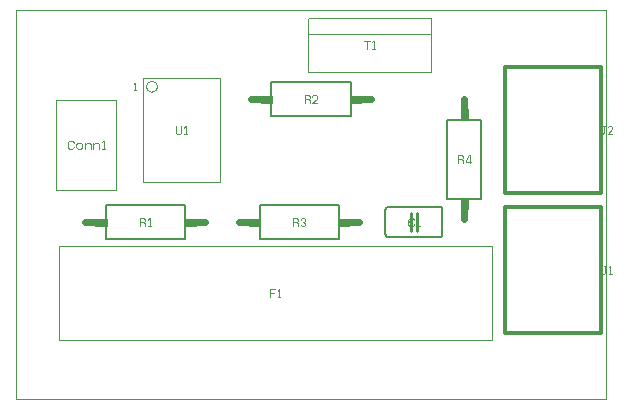
<source format=gto>
G75*
G71*
%OFA0B0*%
%FSLAX23Y23*%
%IPPOS*%
%LPD*%
%ADD10C,0.1*%
%ADD11C,0.111*%
%ADD12C,0.05*%
%ADD13C,0.61*%
%ADD14C,0.152*%
%ADD15C,0*%
%ADD16C,0.254*%
%ADD17C,0.3*%
%LPD*%D10*
X0Y0D02*
X0Y100D01*
X0Y200D01*
X0Y299D01*
X0Y399D01*
X0Y499D01*
X0Y599D01*
X0Y699D01*
X0Y798D01*
X0Y898D01*
X0Y998D01*
X0Y1098D01*
X0Y1198D01*
X0Y1297D01*
X0Y1397D01*
X0Y1497D01*
X0Y1597D01*
X0Y1697D01*
X0Y1796D01*
X0Y1896D01*
X0Y1996D01*
X0Y2096D01*
X0Y2196D01*
X0Y2295D01*
X0Y2395D01*
X0Y2495D01*
X0Y2595D01*
X0Y2695D01*
X0Y2794D01*
X0Y2894D01*
X0Y2994D01*
X0Y3094D01*
X0Y3193D01*
X0Y3293D01*
X0Y3393D01*
X0Y3493D01*
X0Y3593D01*
X0Y3692D01*
X0Y3792D01*
X0Y3892D01*
X0Y3992D01*
X0Y4092D01*
X0Y4191D01*
X0Y4291D01*
X0Y4391D01*
X0Y4491D01*
X0Y4591D01*
X0Y4690D01*
X0Y4790D01*
X0Y4890D01*
X0Y4990D01*
X0Y5090D01*
X0Y5189D01*
X0Y5289D01*
X0Y5389D01*
X0Y5489D01*
X0Y5589D01*
X0Y5688D01*
X0Y5788D01*
X0Y5888D01*
X0Y5988D01*
X0Y6088D01*
X0Y6187D01*
X0Y6287D01*
X0Y6387D01*
X0Y6487D01*
X0Y6587D01*
X0Y6686D01*
X0Y6786D01*
X0Y6886D01*
X0Y6986D01*
X0Y7086D01*
X0Y7185D01*
X0Y7285D01*
X0Y7385D01*
X0Y7485D01*
X0Y7585D01*
X0Y7684D01*
X0Y7784D01*
X0Y7884D01*
X0Y7984D01*
X0Y8084D01*
X0Y8183D01*
X0Y8283D01*
X0Y8383D01*
X0Y8483D01*
X0Y8583D01*
X0Y8682D01*
X0Y8782D01*
X0Y8882D01*
X0Y8982D01*
X0Y9081D01*
X0Y9181D01*
X0Y9281D01*
X0Y9381D01*
X0Y9481D01*
X0Y9580D01*
X0Y9680D01*
X0Y9780D01*
X0Y9880D01*
X0Y9980D01*
X0Y10079D01*
X0Y10179D01*
X0Y10279D01*
X0Y10379D01*
X0Y10479D01*
X0Y10578D01*
X0Y10678D01*
X0Y10778D01*
X0Y10878D01*
X0Y10978D01*
X0Y11077D01*
X0Y11177D01*
X0Y11277D01*
X0Y11377D01*
X0Y11477D01*
X0Y11576D01*
X0Y11676D01*
X0Y11776D01*
X0Y11876D01*
X0Y11976D01*
X0Y12075D01*
X0Y12175D01*
X0Y12275D01*
X0Y12375D01*
X0Y12475D01*
X0Y12574D01*
X0Y12674D01*
X0Y12774D01*
X0Y12874D01*
X0Y12974D01*
X0Y13073D01*
X0Y13173D01*
X0Y13273D01*
X0Y13373D01*
X0Y13473D01*
X0Y13572D01*
X0Y13672D01*
X0Y13772D01*
X0Y13872D01*
X0Y13972D01*
X0Y14071D01*
X0Y14171D01*
X0Y14271D01*
X0Y14371D01*
X0Y14471D01*
X0Y14570D01*
X0Y14670D01*
X0Y14770D01*
X0Y14870D01*
X0Y14970D01*
X0Y15069D01*
X0Y15169D01*
X0Y15269D01*
X0Y15369D01*
X0Y15469D01*
X0Y15568D01*
X0Y15668D01*
X0Y15768D01*
X0Y15868D01*
X0Y15967D01*
X0Y16067D01*
X0Y16167D01*
X0Y16267D01*
X0Y16367D01*
X0Y16466D01*
X0Y16566D01*
X0Y16666D01*
X0Y16766D01*
X0Y16866D01*
X0Y16965D01*
X0Y17065D01*
X0Y17165D01*
X0Y17265D01*
X0Y17365D01*
X0Y17464D01*
X0Y17564D01*
X0Y17664D01*
X0Y17764D01*
X0Y17864D01*
X0Y17963D01*
X0Y18063D01*
X0Y18163D01*
X0Y18263D01*
X0Y18363D01*
X0Y18462D01*
X0Y18562D01*
X0Y18662D01*
X0Y18762D01*
X0Y18862D01*
X0Y18961D01*
X0Y19061D01*
X0Y19161D01*
X0Y19261D01*
X0Y19361D01*
X0Y19460D01*
X0Y19560D01*
X0Y19660D01*
X0Y19760D01*
X0Y19860D01*
X0Y19959D01*
X0Y20059D01*
X0Y20159D01*
X0Y20259D01*
X0Y20359D01*
X0Y20458D01*
X0Y20558D01*
X0Y20658D01*
X0Y20758D01*
X0Y20858D01*
X0Y20957D01*
X0Y21057D01*
X0Y21157D01*
X0Y21257D01*
X0Y21357D01*
X0Y21456D01*
X0Y21556D01*
X0Y21656D01*
X0Y21756D01*
X0Y21856D01*
X0Y21955D01*
X0Y22055D01*
X0Y22155D01*
X0Y22255D01*
X0Y22355D01*
X0Y22454D01*
X0Y22554D01*
X0Y22654D01*
X0Y22754D01*
X0Y22853D01*
X0Y22953D01*
X0Y23053D01*
X0Y23153D01*
X0Y23253D01*
X0Y23352D01*
X0Y23452D01*
X0Y23552D01*
X0Y23652D01*
X0Y23752D01*
X0Y23851D01*
X0Y23951D01*
X0Y24051D01*
X0Y24151D01*
X0Y24251D01*
X0Y24350D01*
X0Y24450D01*
X0Y24550D01*
X0Y24650D01*
X0Y24750D01*
X0Y24849D01*
X0Y24949D01*
X0Y25049D01*
X0Y25149D01*
X0Y25249D01*
X0Y25348D01*
X0Y25448D01*
X0Y25548D01*
X0Y25648D01*
X0Y25748D01*
X0Y25847D01*
X0Y25947D01*
X0Y26047D01*
X0Y26147D01*
X0Y26247D01*
X0Y26346D01*
X0Y26446D01*
X0Y26546D01*
X0Y26646D01*
X0Y26746D01*
X0Y26845D01*
X0Y26945D01*
X0Y27045D01*
X0Y27145D01*
X0Y27245D01*
X0Y27344D01*
X0Y27444D01*
X0Y27544D01*
X0Y27644D01*
X0Y27744D01*
X0Y27843D01*
X0Y27943D01*
X0Y28043D01*
X0Y28143D01*
X0Y28243D01*
X0Y28342D01*
X0Y28442D01*
X0Y28542D01*
X0Y28642D01*
X0Y28742D01*
X0Y28841D01*
X0Y28941D01*
X0Y29041D01*
X0Y29141D01*
X0Y29241D01*
X0Y29340D01*
X0Y29440D01*
X0Y29540D01*
X0Y29640D01*
X0Y29740D01*
X0Y29839D01*
X0Y29939D01*
X0Y30039D01*
X0Y30139D01*
X0Y30239D01*
X0Y30338D01*
X0Y30438D01*
X0Y30538D01*
X0Y30638D01*
X0Y30737D01*
X0Y30837D01*
X0Y30937D01*
X0Y31037D01*
X0Y31137D01*
X0Y31236D01*
X0Y31336D01*
X0Y31436D01*
X0Y31536D01*
X0Y31636D01*
X0Y31735D01*
X0Y31835D01*
X0Y31935D01*
X0Y32035D01*
X0Y32135D01*
X0Y32234D01*
X0Y32334D01*
X0Y32434D01*
X0Y32534D01*
X0Y32634D01*
X0Y32733D01*
X0Y32833D01*
X0Y32933D01*
X100Y32933D01*
X200Y32933D01*
X300Y32933D01*
X400Y32933D01*
X500Y32933D01*
X600Y32933D01*
X700Y32933D01*
X800Y32933D01*
X900Y32933D01*
X1000Y32933D01*
X1100Y32933D01*
X1200Y32933D01*
X1300Y32933D01*
X1400Y32933D01*
X1500Y32933D01*
X1600Y32933D01*
X1700Y32933D01*
X1800Y32933D01*
X1900Y32933D01*
X2000Y32933D01*
X2100Y32933D01*
X2200Y32933D01*
X2300Y32933D01*
X2400Y32933D01*
X2500Y32933D01*
X2600Y32933D01*
X2700Y32933D01*
X2800Y32933D01*
X2900Y32933D01*
X3000Y32933D01*
X3100Y32933D01*
X3200Y32933D01*
X3300Y32933D01*
X3400Y32933D01*
X3500Y32933D01*
X3600Y32933D01*
X3700Y32933D01*
X3800Y32933D01*
X3900Y32933D01*
X4000Y32933D01*
X4100Y32933D01*
X4200Y32933D01*
X4300Y32933D01*
X4400Y32933D01*
X4500Y32933D01*
X4600Y32933D01*
X4700Y32933D01*
X4800Y32933D01*
X4900Y32933D01*
X5000Y32933D01*
X5100Y32933D01*
X5200Y32933D01*
X5300Y32933D01*
X5400Y32933D01*
X5500Y32933D01*
X5600Y32933D01*
X5700Y32933D01*
X5800Y32933D01*
X5900Y32933D01*
X6000Y32933D01*
X6100Y32933D01*
X6200Y32933D01*
X6300Y32933D01*
X6400Y32933D01*
X6500Y32933D01*
X6600Y32933D01*
X6700Y32933D01*
X6800Y32933D01*
X6900Y32933D01*
X7000Y32933D01*
X7100Y32933D01*
X7200Y32933D01*
X7300Y32933D01*
X7400Y32933D01*
X7500Y32933D01*
X7600Y32933D01*
X7700Y32933D01*
X7800Y32933D01*
X7900Y32933D01*
X8000Y32933D01*
X8100Y32933D01*
X8200Y32933D01*
X8300Y32933D01*
X8400Y32933D01*
X8500Y32933D01*
X8600Y32933D01*
X8700Y32933D01*
X8800Y32933D01*
X8900Y32933D01*
X9000Y32933D01*
X9100Y32933D01*
X9200Y32933D01*
X9300Y32933D01*
X9400Y32933D01*
X9500Y32933D01*
X9600Y32933D01*
X9700Y32933D01*
X9800Y32933D01*
X9900Y32933D01*
X10000Y32933D01*
X10100Y32933D01*
X10200Y32933D01*
X10300Y32933D01*
X10400Y32933D01*
X10500Y32933D01*
X10600Y32933D01*
X10700Y32933D01*
X10800Y32933D01*
X10900Y32933D01*
X11000Y32933D01*
X11100Y32933D01*
X11200Y32933D01*
X11300Y32933D01*
X11400Y32933D01*
X11500Y32933D01*
X11600Y32933D01*
X11700Y32933D01*
X11800Y32933D01*
X11900Y32933D01*
X12000Y32933D01*
X12100Y32933D01*
X12200Y32933D01*
X12300Y32933D01*
X12400Y32933D01*
X12500Y32933D01*
X12600Y32933D01*
X12700Y32933D01*
X12800Y32933D01*
X12900Y32933D01*
X13000Y32933D01*
X13100Y32933D01*
X13200Y32933D01*
X13300Y32933D01*
X13400Y32933D01*
X13500Y32933D01*
X13600Y32933D01*
X13700Y32933D01*
X13800Y32933D01*
X13900Y32933D01*
X14000Y32933D01*
X14100Y32933D01*
X14200Y32933D01*
X14300Y32933D01*
X14400Y32933D01*
X14500Y32933D01*
X14600Y32933D01*
X14700Y32933D01*
X14800Y32933D01*
X14900Y32933D01*
X15000Y32933D01*
X15100Y32933D01*
X15200Y32933D01*
X15300Y32933D01*
X15400Y32933D01*
X15500Y32933D01*
X15600Y32933D01*
X15700Y32933D01*
X15800Y32933D01*
X15900Y32933D01*
X16000Y32933D01*
X16100Y32933D01*
X16200Y32933D01*
X16300Y32933D01*
X16400Y32933D01*
X16500Y32933D01*
X16600Y32933D01*
X16700Y32933D01*
X16800Y32933D01*
X16900Y32933D01*
X17000Y32933D01*
X17100Y32933D01*
X17200Y32933D01*
X17300Y32933D01*
X17400Y32933D01*
X17500Y32933D01*
X17600Y32933D01*
X17700Y32933D01*
X17800Y32933D01*
X17900Y32933D01*
X18000Y32933D01*
X18100Y32933D01*
X18200Y32933D01*
X18300Y32933D01*
X18400Y32933D01*
X18500Y32933D01*
X18600Y32933D01*
X18700Y32933D01*
X18800Y32933D01*
X18900Y32933D01*
X19000Y32933D01*
X19100Y32933D01*
X19200Y32933D01*
X19300Y32933D01*
X19400Y32933D01*
X19500Y32933D01*
X19600Y32933D01*
X19700Y32933D01*
X19800Y32933D01*
X19900Y32933D01*
X20000Y32933D01*
X20100Y32933D01*
X20200Y32933D01*
X20300Y32933D01*
X20400Y32933D01*
X20500Y32933D01*
X20600Y32933D01*
X20700Y32933D01*
X20800Y32933D01*
X20900Y32933D01*
X21000Y32933D01*
X21100Y32933D01*
X21200Y32933D01*
X21300Y32933D01*
X21400Y32933D01*
X21500Y32933D01*
X21600Y32933D01*
X21700Y32933D01*
X21800Y32933D01*
X21900Y32933D01*
X22000Y32933D01*
X22100Y32933D01*
X22200Y32933D01*
X22300Y32933D01*
X22400Y32933D01*
X22500Y32933D01*
X22600Y32933D01*
X22700Y32933D01*
X22800Y32933D01*
X22900Y32933D01*
X23000Y32933D01*
X23100Y32933D01*
X23200Y32933D01*
X23300Y32933D01*
X23400Y32933D01*
X23500Y32933D01*
X23600Y32933D01*
X23700Y32933D01*
X23800Y32933D01*
X23900Y32933D01*
X24000Y32933D01*
X24100Y32933D01*
X24200Y32933D01*
X24300Y32933D01*
X24400Y32933D01*
X24500Y32933D01*
X24600Y32933D01*
X24700Y32933D01*
X24800Y32933D01*
X24900Y32933D01*
X25000Y32933D01*
X25100Y32933D01*
X25200Y32933D01*
X25300Y32933D01*
X25400Y32933D01*
X25500Y32933D01*
X25600Y32933D01*
X25700Y32933D01*
X25800Y32933D01*
X25900Y32933D01*
X26000Y32933D01*
X26100Y32933D01*
X26200Y32933D01*
X26300Y32933D01*
X26400Y32933D01*
X26500Y32933D01*
X26600Y32933D01*
X26700Y32933D01*
X26800Y32933D01*
X26900Y32933D01*
X27000Y32933D01*
X27100Y32933D01*
X27200Y32933D01*
X27300Y32933D01*
X27400Y32933D01*
X27500Y32933D01*
X27600Y32933D01*
X27700Y32933D01*
X27800Y32933D01*
X27900Y32933D01*
X28000Y32933D01*
X28100Y32933D01*
X28200Y32933D01*
X28300Y32933D01*
X28400Y32933D01*
X28500Y32933D01*
X28600Y32933D01*
X28700Y32933D01*
X28800Y32933D01*
X28900Y32933D01*
X29000Y32933D01*
X29100Y32933D01*
X29200Y32933D01*
X29300Y32933D01*
X29400Y32933D01*
X29500Y32933D01*
X29600Y32933D01*
X29700Y32933D01*
X29800Y32933D01*
X29900Y32933D01*
X30000Y32933D01*
X30100Y32933D01*
X30200Y32933D01*
X30300Y32933D01*
X30400Y32933D01*
X30500Y32933D01*
X30600Y32933D01*
X30700Y32933D01*
X30800Y32933D01*
X30900Y32933D01*
X31000Y32933D01*
X31100Y32933D01*
X31200Y32933D01*
X31300Y32933D01*
X31400Y32933D01*
X31500Y32933D01*
X31600Y32933D01*
X31700Y32933D01*
X31800Y32933D01*
X31900Y32933D01*
X32000Y32933D01*
X32100Y32933D01*
X32200Y32933D01*
X32300Y32933D01*
X32400Y32933D01*
X32500Y32933D01*
X32600Y32933D01*
X32700Y32933D01*
X32800Y32933D01*
X32900Y32933D01*
X33000Y32933D01*
X33100Y32933D01*
X33200Y32933D01*
X33300Y32933D01*
X33400Y32933D01*
X33500Y32933D01*
X33600Y32933D01*
X33700Y32933D01*
X33800Y32933D01*
X33900Y32933D01*
X34000Y32933D01*
X34100Y32933D01*
X34200Y32933D01*
X34300Y32933D01*
X34400Y32933D01*
X34500Y32933D01*
X34600Y32933D01*
X34700Y32933D01*
X34800Y32933D01*
X34900Y32933D01*
X35000Y32933D01*
X35100Y32933D01*
X35200Y32933D01*
X35300Y32933D01*
X35400Y32933D01*
X35500Y32933D01*
X35600Y32933D01*
X35700Y32933D01*
X35800Y32933D01*
X35900Y32933D01*
X36000Y32933D01*
X36100Y32933D01*
X36200Y32933D01*
X36300Y32933D01*
X36400Y32933D01*
X36500Y32933D01*
X36600Y32933D01*
X36700Y32933D01*
X36800Y32933D01*
X36900Y32933D01*
X37000Y32933D01*
X37100Y32933D01*
X37200Y32933D01*
X37300Y32933D01*
X37400Y32933D01*
X37500Y32933D01*
X37600Y32933D01*
X37700Y32933D01*
X37800Y32933D01*
X37900Y32933D01*
X38000Y32933D01*
X38100Y32933D01*
X38200Y32933D01*
X38300Y32933D01*
X38400Y32933D01*
X38500Y32933D01*
X38600Y32933D01*
X38700Y32933D01*
X38800Y32933D01*
X38900Y32933D01*
X39000Y32933D01*
X39100Y32933D01*
X39200Y32933D01*
X39300Y32933D01*
X39400Y32933D01*
X39500Y32933D01*
X39600Y32933D01*
X39700Y32933D01*
X39800Y32933D01*
X39900Y32933D01*
X40000Y32933D01*
X40100Y32933D01*
X40200Y32933D01*
X40300Y32933D01*
X40400Y32933D01*
X40500Y32933D01*
X40600Y32933D01*
X40700Y32933D01*
X40800Y32933D01*
X40900Y32933D01*
X41000Y32933D01*
X41100Y32933D01*
X41200Y32933D01*
X41300Y32933D01*
X41400Y32933D01*
X41500Y32933D01*
X41600Y32933D01*
X41700Y32933D01*
X41800Y32933D01*
X41900Y32933D01*
X42000Y32933D01*
X42100Y32933D01*
X42200Y32933D01*
X42300Y32933D01*
X42400Y32933D01*
X42500Y32933D01*
X42600Y32933D01*
X42700Y32933D01*
X42800Y32933D01*
X42900Y32933D01*
X43000Y32933D01*
X43100Y32933D01*
X43200Y32933D01*
X43300Y32933D01*
X43400Y32933D01*
X43500Y32933D01*
X43600Y32933D01*
X43700Y32933D01*
X43800Y32933D01*
X43900Y32933D01*
X44000Y32933D01*
X44100Y32933D01*
X44200Y32933D01*
X44300Y32933D01*
X44400Y32933D01*
X44500Y32933D01*
X44600Y32933D01*
X44700Y32933D01*
X44800Y32933D01*
X44900Y32933D01*
X45000Y32933D01*
X45100Y32933D01*
X45200Y32933D01*
X45300Y32933D01*
X45400Y32933D01*
X45500Y32933D01*
X45600Y32933D01*
X45700Y32933D01*
X45800Y32933D01*
X45900Y32933D01*
X46000Y32933D01*
X46100Y32933D01*
X46200Y32933D01*
X46300Y32933D01*
X46400Y32933D01*
X46500Y32933D01*
X46600Y32933D01*
X46700Y32933D01*
X46800Y32933D01*
X46900Y32933D01*
X47000Y32933D01*
X47100Y32933D01*
X47200Y32933D01*
X47300Y32933D01*
X47400Y32933D01*
X47500Y32933D01*
X47600Y32933D01*
X47700Y32933D01*
X47800Y32933D01*
X47900Y32933D01*
X48000Y32933D01*
X48100Y32933D01*
X48200Y32933D01*
X48300Y32933D01*
X48400Y32933D01*
X48500Y32933D01*
X48600Y32933D01*
X48700Y32933D01*
X48800Y32933D01*
X48900Y32933D01*
X49000Y32933D01*
X49100Y32933D01*
X49200Y32933D01*
X49300Y32933D01*
X49400Y32933D01*
X49500Y32933D01*
X49600Y32933D01*
X49700Y32933D01*
X49800Y32933D01*
X49900Y32933D01*
X50000Y32933D01*
X50000Y32833D01*
X50000Y32734D01*
X50000Y32634D01*
X50000Y32534D01*
X50000Y32434D01*
X50000Y32334D01*
X50000Y32235D01*
X50000Y32135D01*
X50000Y32035D01*
X50000Y31935D01*
X50000Y31835D01*
X50000Y31736D01*
X50000Y31636D01*
X50000Y31536D01*
X50000Y31436D01*
X50000Y31336D01*
X50000Y31237D01*
X50000Y31137D01*
X50000Y31037D01*
X50000Y30937D01*
X50000Y30837D01*
X50000Y30738D01*
X50000Y30638D01*
X50000Y30538D01*
X50000Y30438D01*
X50000Y30338D01*
X50000Y30239D01*
X50000Y30139D01*
X50000Y30039D01*
X50000Y29939D01*
X50000Y29839D01*
X50000Y29740D01*
X50000Y29640D01*
X50000Y29540D01*
X50000Y29440D01*
X50000Y29340D01*
X50000Y29241D01*
X50000Y29141D01*
X50000Y29041D01*
X50000Y28941D01*
X50000Y28841D01*
X50000Y28742D01*
X50000Y28642D01*
X50000Y28542D01*
X50000Y28442D01*
X50000Y28342D01*
X50000Y28243D01*
X50000Y28143D01*
X50000Y28043D01*
X50000Y27943D01*
X50000Y27843D01*
X50000Y27744D01*
X50000Y27644D01*
X50000Y27544D01*
X50000Y27444D01*
X50000Y27344D01*
X50000Y27245D01*
X50000Y27145D01*
X50000Y27045D01*
X50000Y26945D01*
X50000Y26845D01*
X50000Y26746D01*
X50000Y26646D01*
X50000Y26546D01*
X50000Y26446D01*
X50000Y26347D01*
X50000Y26247D01*
X50000Y26147D01*
X50000Y26047D01*
X50000Y25947D01*
X50000Y25848D01*
X50000Y25748D01*
X50000Y25648D01*
X50000Y25548D01*
X50000Y25448D01*
X50000Y25349D01*
X50000Y25249D01*
X50000Y25149D01*
X50000Y25049D01*
X50000Y24949D01*
X50000Y24850D01*
X50000Y24750D01*
X50000Y24650D01*
X50000Y24550D01*
X50000Y24450D01*
X50000Y24351D01*
X50000Y24251D01*
X50000Y24151D01*
X50000Y24051D01*
X50000Y23951D01*
X50000Y23852D01*
X50000Y23752D01*
X50000Y23652D01*
X50000Y23552D01*
X50000Y23452D01*
X50000Y23353D01*
X50000Y23253D01*
X50000Y23153D01*
X50000Y23053D01*
X50000Y22953D01*
X50000Y22854D01*
X50000Y22754D01*
X50000Y22654D01*
X50000Y22554D01*
X50000Y22454D01*
X50000Y22355D01*
X50000Y22255D01*
X50000Y22155D01*
X50000Y22055D01*
X50000Y21955D01*
X50000Y21856D01*
X50000Y21756D01*
X50000Y21656D01*
X50000Y21556D01*
X50000Y21456D01*
X50000Y21357D01*
X50000Y21257D01*
X50000Y21157D01*
X50000Y21057D01*
X50000Y20957D01*
X50000Y20858D01*
X50000Y20758D01*
X50000Y20658D01*
X50000Y20558D01*
X50000Y20459D01*
X50000Y20359D01*
X50000Y20259D01*
X50000Y20159D01*
X50000Y20059D01*
X50000Y19960D01*
X50000Y19860D01*
X50000Y19760D01*
X50000Y19660D01*
X50000Y19560D01*
X50000Y19461D01*
X50000Y19361D01*
X50000Y19261D01*
X50000Y19161D01*
X50000Y19061D01*
X50000Y18962D01*
X50000Y18862D01*
X50000Y18762D01*
X50000Y18662D01*
X50000Y18562D01*
X50000Y18463D01*
X50000Y18363D01*
X50000Y18263D01*
X50000Y18163D01*
X50000Y18063D01*
X50000Y17964D01*
X50000Y17864D01*
X50000Y17764D01*
X50000Y17664D01*
X50000Y17564D01*
X50000Y17465D01*
X50000Y17365D01*
X50000Y17265D01*
X50000Y17165D01*
X50000Y17065D01*
X50000Y16966D01*
X50000Y16866D01*
X50000Y16766D01*
X50000Y16666D01*
X50000Y16566D01*
X50000Y16467D01*
X50000Y16367D01*
X50000Y16267D01*
X50000Y16167D01*
X50000Y16067D01*
X50000Y15968D01*
X50000Y15868D01*
X50000Y15768D01*
X50000Y15668D01*
X50000Y15568D01*
X50000Y15469D01*
X50000Y15369D01*
X50000Y15269D01*
X50000Y15169D01*
X50000Y15069D01*
X50000Y14970D01*
X50000Y14870D01*
X50000Y14770D01*
X50000Y14670D01*
X50000Y14570D01*
X50000Y14471D01*
X50000Y14371D01*
X50000Y14271D01*
X50000Y14171D01*
X50000Y14071D01*
X50000Y13972D01*
X50000Y13872D01*
X50000Y13772D01*
X50000Y13672D01*
X50000Y13573D01*
X50000Y13473D01*
X50000Y13373D01*
X50000Y13273D01*
X50000Y13173D01*
X50000Y13074D01*
X50000Y12974D01*
X50000Y12874D01*
X50000Y12774D01*
X50000Y12674D01*
X50000Y12575D01*
X50000Y12475D01*
X50000Y12375D01*
X50000Y12275D01*
X50000Y12175D01*
X50000Y12076D01*
X50000Y11976D01*
X50000Y11876D01*
X50000Y11776D01*
X50000Y11676D01*
X50000Y11577D01*
X50000Y11477D01*
X50000Y11377D01*
X50000Y11277D01*
X50000Y11177D01*
X50000Y11078D01*
X50000Y10978D01*
X50000Y10878D01*
X50000Y10778D01*
X50000Y10678D01*
X50000Y10579D01*
X50000Y10479D01*
X50000Y10379D01*
X50000Y10279D01*
X50000Y10179D01*
X50000Y10080D01*
X50000Y9980D01*
X50000Y9880D01*
X50000Y9780D01*
X50000Y9680D01*
X50000Y9581D01*
X50000Y9481D01*
X50000Y9381D01*
X50000Y9281D01*
X50000Y9181D01*
X50000Y9082D01*
X50000Y8982D01*
X50000Y8882D01*
X50000Y8782D01*
X50000Y8682D01*
X50000Y8583D01*
X50000Y8483D01*
X50000Y8383D01*
X50000Y8283D01*
X50000Y8183D01*
X50000Y8084D01*
X50000Y7984D01*
X50000Y7884D01*
X50000Y7784D01*
X50000Y7684D01*
X50000Y7585D01*
X50000Y7485D01*
X50000Y7385D01*
X50000Y7285D01*
X50000Y7185D01*
X50000Y7086D01*
X50000Y6986D01*
X50000Y6886D01*
X50000Y6786D01*
X50000Y6686D01*
X50000Y6587D01*
X50000Y6487D01*
X50000Y6387D01*
X50000Y6287D01*
X50000Y6188D01*
X50000Y6088D01*
X50000Y5988D01*
X50000Y5888D01*
X50000Y5788D01*
X50000Y5689D01*
X50000Y5589D01*
X50000Y5489D01*
X50000Y5389D01*
X50000Y5289D01*
X50000Y5190D01*
X50000Y5090D01*
X50000Y4990D01*
X50000Y4890D01*
X50000Y4790D01*
X50000Y4691D01*
X50000Y4591D01*
X50000Y4491D01*
X50000Y4391D01*
X50000Y4291D01*
X50000Y4192D01*
X50000Y4092D01*
X50000Y3992D01*
X50000Y3892D01*
X50000Y3792D01*
X50000Y3693D01*
X50000Y3593D01*
X50000Y3493D01*
X50000Y3393D01*
X50000Y3293D01*
X50000Y3194D01*
X50000Y3094D01*
X50000Y2994D01*
X50000Y2894D01*
X50000Y2794D01*
X50000Y2695D01*
X50000Y2595D01*
X50000Y2495D01*
X50000Y2395D01*
X50000Y2295D01*
X50000Y2196D01*
X50000Y2096D01*
X50000Y1996D01*
X50000Y1896D01*
X50000Y1796D01*
X50000Y1697D01*
X50000Y1597D01*
X50000Y1497D01*
X50000Y1397D01*
X50000Y1297D01*
X50000Y1198D01*
X50000Y1098D01*
X50000Y998D01*
X50000Y898D01*
X50000Y798D01*
X50000Y699D01*
X50000Y599D01*
X50000Y499D01*
X50000Y399D01*
X50000Y299D01*
X50000Y200D01*
X50000Y100D01*
X50000Y0D01*
X49900Y0D01*
X49800Y0D01*
X49700Y0D01*
X49600Y0D01*
X49500Y0D01*
X49400Y0D01*
X49300Y0D01*
X49200Y0D01*
X49100Y0D01*
X49000Y0D01*
X48900Y0D01*
X48800Y0D01*
X48700Y0D01*
X48600Y0D01*
X48500Y0D01*
X48400Y0D01*
X48300Y0D01*
X48200Y0D01*
X48100Y0D01*
X48000Y0D01*
X47900Y0D01*
X47800Y0D01*
X47700Y0D01*
X47600Y0D01*
X47500Y0D01*
X47400Y0D01*
X47300Y0D01*
X47200Y0D01*
X47100Y0D01*
X47000Y0D01*
X46900Y0D01*
X46800Y0D01*
X46700Y0D01*
X46600Y0D01*
X46500Y0D01*
X46400Y0D01*
X46300Y0D01*
X46200Y0D01*
X46100Y0D01*
X46000Y0D01*
X45900Y0D01*
X45800Y0D01*
X45700Y0D01*
X45600Y0D01*
X45500Y0D01*
X45400Y0D01*
X45300Y0D01*
X45200Y0D01*
X45100Y0D01*
X45000Y0D01*
X44900Y0D01*
X44800Y0D01*
X44700Y0D01*
X44600Y0D01*
X44500Y0D01*
X44400Y0D01*
X44300Y0D01*
X44200Y0D01*
X44100Y0D01*
X44000Y0D01*
X43900Y0D01*
X43800Y0D01*
X43700Y0D01*
X43600Y0D01*
X43500Y0D01*
X43400Y0D01*
X43300Y0D01*
X43200Y0D01*
X43100Y0D01*
X43000Y0D01*
X42900Y0D01*
X42800Y0D01*
X42700Y0D01*
X42600Y0D01*
X42500Y0D01*
X42400Y0D01*
X42300Y0D01*
X42200Y0D01*
X42100Y0D01*
X42000Y0D01*
X41900Y0D01*
X41800Y0D01*
X41700Y0D01*
X41600Y0D01*
X41500Y0D01*
X41400Y0D01*
X41300Y0D01*
X41200Y0D01*
X41100Y0D01*
X41000Y0D01*
X40900Y0D01*
X40800Y0D01*
X40700Y0D01*
X40600Y0D01*
X40500Y0D01*
X40400Y0D01*
X40300Y0D01*
X40200Y0D01*
X40100Y0D01*
X40000Y0D01*
X39900Y0D01*
X39800Y0D01*
X39700Y0D01*
X39600Y0D01*
X39500Y0D01*
X39400Y0D01*
X39300Y0D01*
X39200Y0D01*
X39100Y0D01*
X39000Y0D01*
X38900Y0D01*
X38800Y0D01*
X38700Y0D01*
X38600Y0D01*
X38500Y0D01*
X38400Y0D01*
X38300Y0D01*
X38200Y0D01*
X38100Y0D01*
X38000Y0D01*
X37900Y0D01*
X37800Y0D01*
X37700Y0D01*
X37600Y0D01*
X37500Y0D01*
X37400Y0D01*
X37300Y0D01*
X37200Y0D01*
X37100Y0D01*
X37000Y0D01*
X36900Y0D01*
X36800Y0D01*
X36700Y0D01*
X36600Y0D01*
X36500Y0D01*
X36400Y0D01*
X36300Y0D01*
X36200Y0D01*
X36100Y0D01*
X36000Y0D01*
X35900Y0D01*
X35800Y0D01*
X35700Y0D01*
X35600Y0D01*
X35500Y0D01*
X35400Y0D01*
X35300Y0D01*
X35200Y0D01*
X35100Y0D01*
X35000Y0D01*
X34900Y0D01*
X34800Y0D01*
X34700Y0D01*
X34600Y0D01*
X34500Y0D01*
X34400Y0D01*
X34300Y0D01*
X34200Y0D01*
X34100Y0D01*
X34000Y0D01*
X33900Y0D01*
X33800Y0D01*
X33700Y0D01*
X33600Y0D01*
X33500Y0D01*
X33400Y0D01*
X33300Y0D01*
X33200Y0D01*
X33100Y0D01*
X33000Y0D01*
X32900Y0D01*
X32800Y0D01*
X32700Y0D01*
X32600Y0D01*
X32500Y0D01*
X32400Y0D01*
X32300Y0D01*
X32200Y0D01*
X32100Y0D01*
X32000Y0D01*
X31900Y0D01*
X31800Y0D01*
X31700Y0D01*
X31600Y0D01*
X31500Y0D01*
X31400Y0D01*
X31300Y0D01*
X31200Y0D01*
X31100Y0D01*
X31000Y0D01*
X30900Y0D01*
X30800Y0D01*
X30700Y0D01*
X30600Y0D01*
X30500Y0D01*
X30400Y0D01*
X30300Y0D01*
X30200Y0D01*
X30100Y0D01*
X30000Y0D01*
X29900Y0D01*
X29800Y0D01*
X29700Y0D01*
X29600Y0D01*
X29500Y0D01*
X29400Y0D01*
X29300Y0D01*
X29200Y0D01*
X29100Y0D01*
X29000Y0D01*
X28900Y0D01*
X28800Y0D01*
X28700Y0D01*
X28600Y0D01*
X28500Y0D01*
X28400Y0D01*
X28300Y0D01*
X28200Y0D01*
X28100Y0D01*
X28000Y0D01*
X27900Y0D01*
X27800Y0D01*
X27700Y0D01*
X27600Y0D01*
X27500Y0D01*
X27400Y0D01*
X27300Y0D01*
X27200Y0D01*
X27100Y0D01*
X27000Y0D01*
X26900Y0D01*
X26800Y0D01*
X26700Y0D01*
X26600Y0D01*
X26500Y0D01*
X26400Y0D01*
X26300Y0D01*
X26200Y0D01*
X26100Y0D01*
X26000Y0D01*
X25900Y0D01*
X25800Y0D01*
X25700Y0D01*
X25600Y0D01*
X25500Y0D01*
X25400Y0D01*
X25300Y0D01*
X25200Y0D01*
X25100Y0D01*
X25000Y0D01*
X24900Y0D01*
X24800Y0D01*
X24700Y0D01*
X24600Y0D01*
X24500Y0D01*
X24400Y0D01*
X24300Y0D01*
X24200Y0D01*
X24100Y0D01*
X24000Y0D01*
X23900Y0D01*
X23800Y0D01*
X23700Y0D01*
X23600Y0D01*
X23500Y0D01*
X23400Y0D01*
X23300Y0D01*
X23200Y0D01*
X23100Y0D01*
X23000Y0D01*
X22900Y0D01*
X22800Y0D01*
X22700Y0D01*
X22600Y0D01*
X22500Y0D01*
X22400Y0D01*
X22300Y0D01*
X22200Y0D01*
X22100Y0D01*
X22000Y0D01*
X21900Y0D01*
X21800Y0D01*
X21700Y0D01*
X21600Y0D01*
X21500Y0D01*
X21400Y0D01*
X21300Y0D01*
X21200Y0D01*
X21100Y0D01*
X21000Y0D01*
X20900Y0D01*
X20800Y0D01*
X20700Y0D01*
X20600Y0D01*
X20500Y0D01*
X20400Y0D01*
X20300Y0D01*
X20200Y0D01*
X20100Y0D01*
X20000Y0D01*
X19900Y0D01*
X19800Y0D01*
X19700Y0D01*
X19600Y0D01*
X19500Y0D01*
X19400Y0D01*
X19300Y0D01*
X19200Y0D01*
X19100Y0D01*
X19000Y0D01*
X18900Y0D01*
X18800Y0D01*
X18700Y0D01*
X18600Y0D01*
X18500Y0D01*
X18400Y0D01*
X18300Y0D01*
X18200Y0D01*
X18100Y0D01*
X18000Y0D01*
X17900Y0D01*
X17800Y0D01*
X17700Y0D01*
X17600Y0D01*
X17500Y0D01*
X17400Y0D01*
X17300Y0D01*
X17200Y0D01*
X17100Y0D01*
X17000Y0D01*
X16900Y0D01*
X16800Y0D01*
X16700Y0D01*
X16600Y0D01*
X16500Y0D01*
X16400Y0D01*
X16300Y0D01*
X16200Y0D01*
X16100Y0D01*
X16000Y0D01*
X15900Y0D01*
X15800Y0D01*
X15700Y0D01*
X15600Y0D01*
X15500Y0D01*
X15400Y0D01*
X15300Y0D01*
X15200Y0D01*
X15100Y0D01*
X15000Y0D01*
X14900Y0D01*
X14800Y0D01*
X14700Y0D01*
X14600Y0D01*
X14500Y0D01*
X14400Y0D01*
X14300Y0D01*
X14200Y0D01*
X14100Y0D01*
X14000Y0D01*
X13900Y0D01*
X13800Y0D01*
X13700Y0D01*
X13600Y0D01*
X13500Y0D01*
X13400Y0D01*
X13300Y0D01*
X13200Y0D01*
X13100Y0D01*
X13000Y0D01*
X12900Y0D01*
X12800Y0D01*
X12700Y0D01*
X12600Y0D01*
X12500Y0D01*
X12400Y0D01*
X12300Y0D01*
X12200Y0D01*
X12100Y0D01*
X12000Y0D01*
X11900Y0D01*
X11800Y0D01*
X11700Y0D01*
X11600Y0D01*
X11500Y0D01*
X11400Y0D01*
X11300Y0D01*
X11200Y0D01*
X11100Y0D01*
X11000Y0D01*
X10900Y0D01*
X10800Y0D01*
X10700Y0D01*
X10600Y0D01*
X10500Y0D01*
X10400Y0D01*
X10300Y0D01*
X10200Y0D01*
X10100Y0D01*
X10000Y0D01*
X9900Y0D01*
X9800Y0D01*
X9700Y0D01*
X9600Y0D01*
X9500Y0D01*
X9400Y0D01*
X9300Y0D01*
X9200Y0D01*
X9100Y0D01*
X9000Y0D01*
X8900Y0D01*
X8800Y0D01*
X8700Y0D01*
X8600Y0D01*
X8500Y0D01*
X8400Y0D01*
X8300Y0D01*
X8200Y0D01*
X8100Y0D01*
X8000Y0D01*
X7900Y0D01*
X7800Y0D01*
X7700Y0D01*
X7600Y0D01*
X7500Y0D01*
X7400Y0D01*
X7300Y0D01*
X7200Y0D01*
X7100Y0D01*
X7000Y0D01*
X6900Y0D01*
X6800Y0D01*
X6700Y0D01*
X6600Y0D01*
X6500Y0D01*
X6400Y0D01*
X6300Y0D01*
X6200Y0D01*
X6100Y0D01*
X6000Y0D01*
X5900Y0D01*
X5800Y0D01*
X5700Y0D01*
X5600Y0D01*
X5500Y0D01*
X5400Y0D01*
X5300Y0D01*
X5200Y0D01*
X5100Y0D01*
X5000Y0D01*
X4900Y0D01*
X4800Y0D01*
X4700Y0D01*
X4600Y0D01*
X4500Y0D01*
X4400Y0D01*
X4300Y0D01*
X4200Y0D01*
X4100Y0D01*
X4000Y0D01*
X3900Y0D01*
X3800Y0D01*
X3700Y0D01*
X3600Y0D01*
X3500Y0D01*
X3400Y0D01*
X3300Y0D01*
X3200Y0D01*
X3100Y0D01*
X3000Y0D01*
X2900Y0D01*
X2800Y0D01*
X2700Y0D01*
X2600Y0D01*
X2500Y0D01*
X2400Y0D01*
X2300Y0D01*
X2200Y0D01*
X2100Y0D01*
X2000Y0D01*
X1900Y0D01*
X1800Y0D01*
X1700Y0D01*
X1600Y0D01*
X1500Y0D01*
X1400Y0D01*
X1300Y0D01*
X1200Y0D01*
X1100Y0D01*
X1000Y0D01*
X900Y0D01*
X800Y0D01*
X700Y0D01*
X600Y0D01*
X500Y0D01*
X400Y0D01*
X300Y0D01*
X200Y0D01*
X100Y0D01*
X0Y0D01*
X0Y0D01*
D11*
X13588Y23064D02*
X13588Y22481D01*
X13671Y22397D01*
X13949Y22397D01*
X14032Y22481D01*
X14032Y23064D01*
D11*
X14393Y22397D02*
X14393Y23064D01*
X14338Y23064D01*
X14254Y22953D01*
D11*
X14254Y22397D02*
X14504Y22397D01*
D10*
X10796Y27131D02*
X17296Y27131D01*
X17296Y18331D01*
X10796Y18331D01*
X10796Y27131D01*
D10*
X11064Y26447D02*
X11075Y26348D01*
X11107Y26255D01*
X11160Y26171D01*
X11230Y26101D01*
X11314Y26048D01*
X11407Y26015D01*
X11506Y26004D01*
X11604Y26015D01*
X11697Y26048D01*
X11781Y26101D01*
X11851Y26171D01*
X11904Y26255D01*
X11937Y26348D01*
X11948Y26447D01*
X11937Y26545D01*
X11905Y26639D01*
X11852Y26722D01*
X11782Y26792D01*
X11698Y26845D01*
X11604Y26878D01*
X11506Y26889D01*
X11408Y26878D01*
X11314Y26845D01*
X11230Y26792D01*
X11160Y26722D01*
X11108Y26638D01*
X11075Y26545D01*
X11064Y26447D01*
X11064Y26447D01*
D10*
X10120Y26147D02*
X10120Y26747D01*
X10070Y26747D01*
X9995Y26647D01*
D10*
X9995Y26147D02*
X10220Y26147D01*
D11*
X4931Y21336D02*
X4931Y21281D01*
X4819Y21170D01*
X4542Y21170D01*
X4431Y21281D01*
X4431Y21725D01*
X4542Y21836D01*
X4819Y21836D01*
X4931Y21725D01*
X4931Y21670D01*
D11*
X5153Y21309D02*
X5153Y21531D01*
X5292Y21670D01*
X5514Y21670D01*
X5653Y21531D01*
X5653Y21309D01*
X5514Y21170D01*
X5292Y21170D01*
X5153Y21309D01*
D11*
X5875Y21170D02*
X5875Y21670D01*
D11*
X5875Y21503D02*
X6042Y21670D01*
X6236Y21670D01*
X6375Y21531D01*
X6375Y21170D01*
D11*
X6597Y21170D02*
X6597Y21670D01*
D11*
X6597Y21503D02*
X6764Y21670D01*
X6958Y21670D01*
X7097Y21531D01*
X7097Y21170D01*
D11*
X7458Y21170D02*
X7458Y21836D01*
X7403Y21836D01*
X7319Y21725D01*
D11*
X7319Y21170D02*
X7569Y21170D01*
D10*
X3460Y25313D02*
X8540Y25313D01*
X8540Y17693D01*
X3460Y17693D01*
X3460Y25313D01*
D11*
X21569Y8600D02*
X21569Y9266D01*
X21958Y9266D01*
D11*
X21903Y8933D02*
X21569Y8933D01*
D11*
X22319Y8600D02*
X22319Y9266D01*
X22264Y9266D01*
X22181Y9155D01*
D11*
X22181Y8600D02*
X22431Y8600D01*
D12*
X40350Y4933D02*
X40350Y5033D01*
X40350Y5133D01*
X40350Y5233D01*
X40350Y5333D01*
X40350Y5433D01*
X40350Y5533D01*
X40350Y5633D01*
X40350Y5733D01*
X40350Y5833D01*
X40350Y5933D01*
X40350Y6033D01*
X40350Y6133D01*
X40350Y6233D01*
X40350Y6333D01*
X40350Y6433D01*
X40350Y6533D01*
X40350Y6633D01*
X40350Y6733D01*
X40350Y6833D01*
X40350Y6933D01*
X40350Y7033D01*
X40350Y7133D01*
X40350Y7233D01*
X40350Y7333D01*
X40350Y7433D01*
X40350Y7533D01*
X40350Y7633D01*
X40350Y7733D01*
X40350Y7833D01*
X40350Y7933D01*
X40350Y8033D01*
X40350Y8133D01*
X40350Y8233D01*
X40350Y8333D01*
X40350Y8433D01*
X40350Y8533D01*
X40350Y8633D01*
X40350Y8733D01*
X40350Y8833D01*
X40350Y8933D01*
X40350Y9033D01*
X40350Y9133D01*
X40350Y9233D01*
X40350Y9333D01*
X40350Y9433D01*
X40350Y9533D01*
X40350Y9633D01*
X40350Y9733D01*
X40350Y9833D01*
X40350Y9933D01*
X40350Y10033D01*
X40350Y10133D01*
X40350Y10233D01*
X40350Y10333D01*
X40350Y10433D01*
X40350Y10533D01*
X40350Y10633D01*
X40350Y10733D01*
X40350Y10833D01*
X40350Y10933D01*
X40350Y11033D01*
X40350Y11133D01*
X40350Y11233D01*
X40350Y11333D01*
X40350Y11433D01*
X40350Y11533D01*
X40350Y11633D01*
X40350Y11733D01*
X40350Y11833D01*
X40350Y11933D01*
X40350Y12033D01*
X40350Y12133D01*
X40350Y12233D01*
X40350Y12333D01*
X40350Y12433D01*
X40350Y12533D01*
X40350Y12633D01*
X40350Y12733D01*
X40350Y12833D01*
X40350Y12933D01*
X40250Y12933D01*
X40150Y12933D01*
X40050Y12933D01*
X39950Y12933D01*
X39850Y12933D01*
X39750Y12933D01*
X39650Y12933D01*
X39550Y12933D01*
X39450Y12933D01*
X39350Y12933D01*
X39250Y12933D01*
X39150Y12933D01*
X39050Y12933D01*
X38950Y12933D01*
X38850Y12933D01*
X38750Y12933D01*
X38650Y12933D01*
X38550Y12933D01*
X38450Y12933D01*
X38350Y12933D01*
X38250Y12933D01*
X38150Y12933D01*
X38050Y12933D01*
X37950Y12933D01*
X37850Y12933D01*
X37750Y12933D01*
X37650Y12933D01*
X37550Y12933D01*
X37450Y12933D01*
X37350Y12933D01*
X37250Y12933D01*
X37150Y12933D01*
X37050Y12933D01*
X36950Y12933D01*
X36850Y12933D01*
X36750Y12933D01*
X36650Y12933D01*
X36550Y12933D01*
X36450Y12933D01*
X36350Y12933D01*
X36250Y12933D01*
X36150Y12933D01*
X36050Y12933D01*
X35950Y12933D01*
X35850Y12933D01*
X35750Y12933D01*
X35650Y12933D01*
X35550Y12933D01*
X35450Y12933D01*
X35350Y12933D01*
X35250Y12933D01*
X35150Y12933D01*
X35050Y12933D01*
X34950Y12933D01*
X34850Y12933D01*
X34750Y12933D01*
X34650Y12933D01*
X34550Y12933D01*
X34450Y12933D01*
X34350Y12933D01*
X34250Y12933D01*
X34150Y12933D01*
X34050Y12933D01*
X33950Y12933D01*
X33850Y12933D01*
X33750Y12933D01*
X33650Y12933D01*
X33550Y12933D01*
X33450Y12933D01*
X33350Y12933D01*
X33250Y12933D01*
X33150Y12933D01*
X33050Y12933D01*
X32950Y12933D01*
X32850Y12933D01*
X32750Y12933D01*
X32650Y12933D01*
X32550Y12933D01*
X32450Y12933D01*
X32350Y12933D01*
X32250Y12933D01*
X32150Y12933D01*
X32050Y12933D01*
X31950Y12933D01*
X31850Y12933D01*
X31750Y12933D01*
X31650Y12933D01*
X31550Y12933D01*
X31450Y12933D01*
X31350Y12933D01*
X31250Y12933D01*
X31150Y12933D01*
X31050Y12933D01*
X30950Y12933D01*
X30850Y12933D01*
X30750Y12933D01*
X30650Y12933D01*
X30550Y12933D01*
X30450Y12933D01*
X30350Y12933D01*
X30250Y12933D01*
X30150Y12933D01*
X30050Y12933D01*
X29950Y12933D01*
X29850Y12933D01*
X29750Y12933D01*
X29650Y12933D01*
X29550Y12933D01*
X29450Y12933D01*
X29350Y12933D01*
X29250Y12933D01*
X29150Y12933D01*
X29050Y12933D01*
X28950Y12933D01*
X28850Y12933D01*
X28750Y12933D01*
X28650Y12933D01*
X28550Y12933D01*
X28450Y12933D01*
X28350Y12933D01*
X28250Y12933D01*
X28150Y12933D01*
X28050Y12933D01*
X27950Y12933D01*
X27850Y12933D01*
X27750Y12933D01*
X27650Y12933D01*
X27550Y12933D01*
X27450Y12933D01*
X27350Y12933D01*
X27250Y12933D01*
X27150Y12933D01*
X27050Y12933D01*
X26950Y12933D01*
X26850Y12933D01*
X26750Y12933D01*
X26650Y12933D01*
X26550Y12933D01*
X26450Y12933D01*
X26350Y12933D01*
X26250Y12933D01*
X26150Y12933D01*
X26050Y12933D01*
X25950Y12933D01*
X25850Y12933D01*
X25750Y12933D01*
X25650Y12933D01*
X25550Y12933D01*
X25450Y12933D01*
X25350Y12933D01*
X25250Y12933D01*
X25150Y12933D01*
X25050Y12933D01*
X24950Y12933D01*
X24850Y12933D01*
X24750Y12933D01*
X24650Y12933D01*
X24550Y12933D01*
X24450Y12933D01*
X24350Y12933D01*
X24250Y12933D01*
X24150Y12933D01*
X24050Y12933D01*
X23950Y12933D01*
X23850Y12933D01*
X23750Y12933D01*
X23650Y12933D01*
X23550Y12933D01*
X23450Y12933D01*
X23350Y12933D01*
X23250Y12933D01*
X23150Y12933D01*
X23050Y12933D01*
X22950Y12933D01*
X22850Y12933D01*
X22750Y12933D01*
X22650Y12933D01*
X22550Y12933D01*
X22450Y12933D01*
X22350Y12933D01*
X22250Y12933D01*
X22150Y12933D01*
X22050Y12933D01*
X21950Y12933D01*
X21850Y12933D01*
X21750Y12933D01*
X21650Y12933D01*
X21550Y12933D01*
X21450Y12933D01*
X21350Y12933D01*
X21250Y12933D01*
X21150Y12933D01*
X21050Y12933D01*
X20950Y12933D01*
X20850Y12933D01*
X20750Y12933D01*
X20650Y12933D01*
X20550Y12933D01*
X20450Y12933D01*
X20350Y12933D01*
X20250Y12933D01*
X20150Y12933D01*
X20050Y12933D01*
X19950Y12933D01*
X19850Y12933D01*
X19750Y12933D01*
X19650Y12933D01*
X19550Y12933D01*
X19450Y12933D01*
X19350Y12933D01*
X19250Y12933D01*
X19150Y12933D01*
X19050Y12933D01*
X18950Y12933D01*
X18850Y12933D01*
X18750Y12933D01*
X18650Y12933D01*
X18550Y12933D01*
X18450Y12933D01*
X18350Y12933D01*
X18250Y12933D01*
X18150Y12933D01*
X18050Y12933D01*
X17950Y12933D01*
X17850Y12933D01*
X17750Y12933D01*
X17650Y12933D01*
X17550Y12933D01*
X17450Y12933D01*
X17350Y12933D01*
X17250Y12933D01*
X17150Y12933D01*
X17050Y12933D01*
X16950Y12933D01*
X16850Y12933D01*
X16750Y12933D01*
X16650Y12933D01*
X16550Y12933D01*
X16450Y12933D01*
X16350Y12933D01*
X16250Y12933D01*
X16150Y12933D01*
X16050Y12933D01*
X15950Y12933D01*
X15850Y12933D01*
X15750Y12933D01*
X15650Y12933D01*
X15550Y12933D01*
X15450Y12933D01*
X15350Y12933D01*
X15250Y12933D01*
X15150Y12933D01*
X15050Y12933D01*
X14950Y12933D01*
X14850Y12933D01*
X14750Y12933D01*
X14650Y12933D01*
X14550Y12933D01*
X14450Y12933D01*
X14350Y12933D01*
X14250Y12933D01*
X14150Y12933D01*
X14050Y12933D01*
X13950Y12933D01*
X13850Y12933D01*
X13750Y12933D01*
X13650Y12933D01*
X13550Y12933D01*
X13450Y12933D01*
X13350Y12933D01*
X13250Y12933D01*
X13150Y12933D01*
X13050Y12933D01*
X12950Y12933D01*
X12850Y12933D01*
X12750Y12933D01*
X12650Y12933D01*
X12550Y12933D01*
X12450Y12933D01*
X12350Y12933D01*
X12250Y12933D01*
X12150Y12933D01*
X12050Y12933D01*
X11950Y12933D01*
X11850Y12933D01*
X11750Y12933D01*
X11650Y12933D01*
X11550Y12933D01*
X11450Y12933D01*
X11350Y12933D01*
X11250Y12933D01*
X11150Y12933D01*
X11050Y12933D01*
X10950Y12933D01*
X10850Y12933D01*
X10750Y12933D01*
X10650Y12933D01*
X10550Y12933D01*
X10450Y12933D01*
X10350Y12933D01*
X10250Y12933D01*
X10150Y12933D01*
X10050Y12933D01*
X9950Y12933D01*
X9850Y12933D01*
X9750Y12933D01*
X9650Y12933D01*
X9550Y12933D01*
X9450Y12933D01*
X9350Y12933D01*
X9250Y12933D01*
X9150Y12933D01*
X9050Y12933D01*
X8950Y12933D01*
X8850Y12933D01*
X8750Y12933D01*
X8650Y12933D01*
X8550Y12933D01*
X8450Y12933D01*
X8350Y12933D01*
X8250Y12933D01*
X8150Y12933D01*
X8050Y12933D01*
X7950Y12933D01*
X7850Y12933D01*
X7750Y12933D01*
X7650Y12933D01*
X7550Y12933D01*
X7450Y12933D01*
X7350Y12933D01*
X7250Y12933D01*
X7150Y12933D01*
X7050Y12933D01*
X6950Y12933D01*
X6850Y12933D01*
X6750Y12933D01*
X6650Y12933D01*
X6550Y12933D01*
X6450Y12933D01*
X6350Y12933D01*
X6250Y12933D01*
X6150Y12933D01*
X6050Y12933D01*
X5950Y12933D01*
X5850Y12933D01*
X5750Y12933D01*
X5650Y12933D01*
X5550Y12933D01*
X5450Y12933D01*
X5350Y12933D01*
X5250Y12933D01*
X5150Y12933D01*
X5050Y12933D01*
X4950Y12933D01*
X4850Y12933D01*
X4750Y12933D01*
X4650Y12933D01*
X4550Y12933D01*
X4450Y12933D01*
X4350Y12933D01*
X4250Y12933D01*
X4150Y12933D01*
X4050Y12933D01*
X3950Y12933D01*
X3850Y12933D01*
X3750Y12933D01*
X3650Y12933D01*
X3650Y12833D01*
X3650Y12733D01*
X3650Y12633D01*
X3650Y12533D01*
X3650Y12433D01*
X3650Y12333D01*
X3650Y12233D01*
X3650Y12133D01*
X3650Y12033D01*
X3650Y11933D01*
X3650Y11833D01*
X3650Y11733D01*
X3650Y11633D01*
X3650Y11533D01*
X3650Y11433D01*
X3650Y11333D01*
X3650Y11233D01*
X3650Y11133D01*
X3650Y11033D01*
X3650Y10933D01*
X3650Y10833D01*
X3650Y10733D01*
X3650Y10633D01*
X3650Y10533D01*
X3650Y10433D01*
X3650Y10333D01*
X3650Y10233D01*
X3650Y10133D01*
X3650Y10033D01*
X3650Y9933D01*
X3650Y9833D01*
X3650Y9733D01*
X3650Y9633D01*
X3650Y9533D01*
X3650Y9433D01*
X3650Y9333D01*
X3650Y9233D01*
X3650Y9133D01*
X3650Y9033D01*
X3650Y8933D01*
X3650Y8833D01*
X3650Y8733D01*
X3650Y8633D01*
X3650Y8533D01*
X3650Y8433D01*
X3650Y8333D01*
X3650Y8233D01*
X3650Y8133D01*
X3650Y8033D01*
X3650Y7933D01*
X3650Y7833D01*
X3650Y7733D01*
X3650Y7633D01*
X3650Y7533D01*
X3650Y7433D01*
X3650Y7333D01*
X3650Y7233D01*
X3650Y7133D01*
X3650Y7033D01*
X3650Y6933D01*
X3650Y6833D01*
X3650Y6733D01*
X3650Y6633D01*
X3650Y6533D01*
X3650Y6433D01*
X3650Y6333D01*
X3650Y6233D01*
X3650Y6133D01*
X3650Y6033D01*
X3650Y5933D01*
X3650Y5833D01*
X3650Y5733D01*
X3650Y5633D01*
X3650Y5533D01*
X3650Y5433D01*
X3650Y5333D01*
X3650Y5233D01*
X3650Y5133D01*
X3650Y5033D01*
X3650Y4933D01*
X3750Y4933D01*
X3850Y4933D01*
X3950Y4933D01*
X4050Y4933D01*
X4150Y4933D01*
X4250Y4933D01*
X4350Y4933D01*
X4450Y4933D01*
X4550Y4933D01*
X4650Y4933D01*
X4750Y4933D01*
X4850Y4933D01*
X4950Y4933D01*
X5050Y4933D01*
X5150Y4933D01*
X5250Y4933D01*
X5350Y4933D01*
X5450Y4933D01*
X5550Y4933D01*
X5650Y4933D01*
X5750Y4933D01*
X5850Y4933D01*
X5950Y4933D01*
X6050Y4933D01*
X6150Y4933D01*
X6250Y4933D01*
X6350Y4933D01*
X6450Y4933D01*
X6550Y4933D01*
X6650Y4933D01*
X6750Y4933D01*
X6850Y4933D01*
X6950Y4933D01*
X7050Y4933D01*
X7150Y4933D01*
X7250Y4933D01*
X7350Y4933D01*
X7450Y4933D01*
X7550Y4933D01*
X7650Y4933D01*
X7750Y4933D01*
X7850Y4933D01*
X7950Y4933D01*
X8050Y4933D01*
X8150Y4933D01*
X8250Y4933D01*
X8350Y4933D01*
X8450Y4933D01*
X8550Y4933D01*
X8650Y4933D01*
X8750Y4933D01*
X8850Y4933D01*
X8950Y4933D01*
X9050Y4933D01*
X9150Y4933D01*
X9250Y4933D01*
X9350Y4933D01*
X9450Y4933D01*
X9550Y4933D01*
X9650Y4933D01*
X9750Y4933D01*
X9850Y4933D01*
X9950Y4933D01*
X10050Y4933D01*
X10150Y4933D01*
X10250Y4933D01*
X10350Y4933D01*
X10450Y4933D01*
X10550Y4933D01*
X10650Y4933D01*
X10750Y4933D01*
X10850Y4933D01*
X10950Y4933D01*
X11050Y4933D01*
X11150Y4933D01*
X11250Y4933D01*
X11350Y4933D01*
X11450Y4933D01*
X11550Y4933D01*
X11650Y4933D01*
X11750Y4933D01*
X11850Y4933D01*
X11950Y4933D01*
X12050Y4933D01*
X12150Y4933D01*
X12250Y4933D01*
X12350Y4933D01*
X12450Y4933D01*
X12550Y4933D01*
X12650Y4933D01*
X12750Y4933D01*
X12850Y4933D01*
X12950Y4933D01*
X13050Y4933D01*
X13150Y4933D01*
X13250Y4933D01*
X13350Y4933D01*
X13450Y4933D01*
X13550Y4933D01*
X13650Y4933D01*
X13750Y4933D01*
X13850Y4933D01*
X13950Y4933D01*
X14050Y4933D01*
X14150Y4933D01*
X14250Y4933D01*
X14350Y4933D01*
X14450Y4933D01*
X14550Y4933D01*
X14650Y4933D01*
X14750Y4933D01*
X14850Y4933D01*
X14950Y4933D01*
X15050Y4933D01*
X15150Y4933D01*
X15250Y4933D01*
X15350Y4933D01*
X15450Y4933D01*
X15550Y4933D01*
X15650Y4933D01*
X15750Y4933D01*
X15850Y4933D01*
X15950Y4933D01*
X16050Y4933D01*
X16150Y4933D01*
X16250Y4933D01*
X16350Y4933D01*
X16450Y4933D01*
X16550Y4933D01*
X16650Y4933D01*
X16750Y4933D01*
X16850Y4933D01*
X16950Y4933D01*
X17050Y4933D01*
X17150Y4933D01*
X17250Y4933D01*
X17350Y4933D01*
X17450Y4933D01*
X17550Y4933D01*
X17650Y4933D01*
X17750Y4933D01*
X17850Y4933D01*
X17950Y4933D01*
X18050Y4933D01*
X18150Y4933D01*
X18250Y4933D01*
X18350Y4933D01*
X18450Y4933D01*
X18550Y4933D01*
X18650Y4933D01*
X18750Y4933D01*
X18850Y4933D01*
X18950Y4933D01*
X19050Y4933D01*
X19150Y4933D01*
X19250Y4933D01*
X19350Y4933D01*
X19450Y4933D01*
X19550Y4933D01*
X19650Y4933D01*
X19750Y4933D01*
X19850Y4933D01*
X19950Y4933D01*
X20050Y4933D01*
X20150Y4933D01*
X20250Y4933D01*
X20350Y4933D01*
X20450Y4933D01*
X20550Y4933D01*
X20650Y4933D01*
X20750Y4933D01*
X20850Y4933D01*
X20950Y4933D01*
X21050Y4933D01*
X21150Y4933D01*
X21250Y4933D01*
X21350Y4933D01*
X21450Y4933D01*
X21550Y4933D01*
X21650Y4933D01*
X21750Y4933D01*
X21850Y4933D01*
X21950Y4933D01*
X22050Y4933D01*
X22150Y4933D01*
X22250Y4933D01*
X22350Y4933D01*
X22450Y4933D01*
X22550Y4933D01*
X22650Y4933D01*
X22750Y4933D01*
X22850Y4933D01*
X22950Y4933D01*
X23050Y4933D01*
X23150Y4933D01*
X23250Y4933D01*
X23350Y4933D01*
X23450Y4933D01*
X23550Y4933D01*
X23650Y4933D01*
X23750Y4933D01*
X23850Y4933D01*
X23950Y4933D01*
X24050Y4933D01*
X24150Y4933D01*
X24250Y4933D01*
X24350Y4933D01*
X24450Y4933D01*
X24550Y4933D01*
X24650Y4933D01*
X24750Y4933D01*
X24850Y4933D01*
X24950Y4933D01*
X25050Y4933D01*
X25150Y4933D01*
X25250Y4933D01*
X25350Y4933D01*
X25450Y4933D01*
X25550Y4933D01*
X25650Y4933D01*
X25750Y4933D01*
X25850Y4933D01*
X25950Y4933D01*
X26050Y4933D01*
X26150Y4933D01*
X26250Y4933D01*
X26350Y4933D01*
X26450Y4933D01*
X26550Y4933D01*
X26650Y4933D01*
X26750Y4933D01*
X26850Y4933D01*
X26950Y4933D01*
X27050Y4933D01*
X27150Y4933D01*
X27250Y4933D01*
X27350Y4933D01*
X27450Y4933D01*
X27550Y4933D01*
X27650Y4933D01*
X27750Y4933D01*
X27850Y4933D01*
X27950Y4933D01*
X28050Y4933D01*
X28150Y4933D01*
X28250Y4933D01*
X28350Y4933D01*
X28450Y4933D01*
X28550Y4933D01*
X28650Y4933D01*
X28750Y4933D01*
X28850Y4933D01*
X28950Y4933D01*
X29050Y4933D01*
X29150Y4933D01*
X29250Y4933D01*
X29350Y4933D01*
X29450Y4933D01*
X29550Y4933D01*
X29650Y4933D01*
X29750Y4933D01*
X29850Y4933D01*
X29950Y4933D01*
X30050Y4933D01*
X30150Y4933D01*
X30250Y4933D01*
X30350Y4933D01*
X30450Y4933D01*
X30550Y4933D01*
X30650Y4933D01*
X30750Y4933D01*
X30850Y4933D01*
X30950Y4933D01*
X31050Y4933D01*
X31150Y4933D01*
X31250Y4933D01*
X31350Y4933D01*
X31450Y4933D01*
X31550Y4933D01*
X31650Y4933D01*
X31750Y4933D01*
X31850Y4933D01*
X31950Y4933D01*
X32050Y4933D01*
X32150Y4933D01*
X32250Y4933D01*
X32350Y4933D01*
X32450Y4933D01*
X32550Y4933D01*
X32650Y4933D01*
X32750Y4933D01*
X32850Y4933D01*
X32950Y4933D01*
X33050Y4933D01*
X33150Y4933D01*
X33250Y4933D01*
X33350Y4933D01*
X33450Y4933D01*
X33550Y4933D01*
X33650Y4933D01*
X33750Y4933D01*
X33850Y4933D01*
X33950Y4933D01*
X34050Y4933D01*
X34150Y4933D01*
X34250Y4933D01*
X34350Y4933D01*
X34450Y4933D01*
X34550Y4933D01*
X34650Y4933D01*
X34750Y4933D01*
X34850Y4933D01*
X34950Y4933D01*
X35050Y4933D01*
X35150Y4933D01*
X35250Y4933D01*
X35350Y4933D01*
X35450Y4933D01*
X35550Y4933D01*
X35650Y4933D01*
X35750Y4933D01*
X35850Y4933D01*
X35950Y4933D01*
X36050Y4933D01*
X36150Y4933D01*
X36250Y4933D01*
X36350Y4933D01*
X36450Y4933D01*
X36550Y4933D01*
X36650Y4933D01*
X36750Y4933D01*
X36850Y4933D01*
X36950Y4933D01*
X37050Y4933D01*
X37150Y4933D01*
X37250Y4933D01*
X37350Y4933D01*
X37450Y4933D01*
X37550Y4933D01*
X37650Y4933D01*
X37750Y4933D01*
X37850Y4933D01*
X37950Y4933D01*
X38050Y4933D01*
X38150Y4933D01*
X38250Y4933D01*
X38350Y4933D01*
X38450Y4933D01*
X38550Y4933D01*
X38650Y4933D01*
X38750Y4933D01*
X38850Y4933D01*
X38950Y4933D01*
X39050Y4933D01*
X39150Y4933D01*
X39250Y4933D01*
X39350Y4933D01*
X39450Y4933D01*
X39550Y4933D01*
X39650Y4933D01*
X39750Y4933D01*
X39850Y4933D01*
X39950Y4933D01*
X40050Y4933D01*
X40150Y4933D01*
X40250Y4933D01*
X40350Y4933D01*
D11*
X10542Y14600D02*
X10542Y15266D01*
X10875Y15266D01*
X10986Y15155D01*
X10986Y15044D01*
X10875Y14933D01*
X10542Y14933D01*
D11*
X10875Y14933D02*
X10986Y14822D01*
X10986Y14600D01*
D11*
X11347Y14600D02*
X11347Y15266D01*
X11292Y15266D01*
X11208Y15155D01*
D11*
X11208Y14600D02*
X11458Y14600D01*
D13*
X16080Y14933D02*
X15260Y14933D01*
D14*
X7663Y16383D02*
X7662Y13483D01*
D14*
X7662Y13483D02*
X14362Y13483D01*
D14*
X14362Y13483D02*
X14363Y16383D01*
D14*
X14363Y16383D02*
X7663Y16383D01*
D13*
X6765Y14933D02*
X5920Y14933D01*
D15*
X15260Y14628D02*
X14308Y14628D01*
X14308Y15238D01*
X15260Y15238D01*
X15260Y14628D01*
G36*
X15260Y14628D02*
X14308Y14628D01*
X14308Y15238D01*
X15260Y15238D01*
X15260Y14628D01*
G37*
D15*
X7718Y14628D02*
X6765Y14628D01*
X6765Y15238D01*
X7718Y15238D01*
X7718Y14628D01*
G36*
X7718Y14628D02*
X6765Y14628D01*
X6765Y15238D01*
X7718Y15238D01*
X7718Y14628D01*
G37*
D11*
X24472Y25016D02*
X24472Y25682D01*
X24806Y25682D01*
X24917Y25571D01*
X24917Y25460D01*
X24806Y25349D01*
X24472Y25349D01*
D11*
X24806Y25349D02*
X24917Y25238D01*
X24917Y25016D01*
D11*
X25139Y25571D02*
X25139Y25599D01*
X25222Y25682D01*
X25444Y25682D01*
X25528Y25599D01*
X25528Y25405D01*
X25139Y25016D01*
X25528Y25016D01*
D13*
X30080Y25349D02*
X29260Y25349D01*
D14*
X21662Y26799D02*
X21663Y23899D01*
D14*
X21663Y23899D02*
X28363Y23899D01*
D14*
X28363Y23899D02*
X28362Y26799D01*
D14*
X28362Y26799D02*
X21662Y26799D01*
D13*
X20765Y25349D02*
X19920Y25349D01*
D15*
X29260Y25044D02*
X28308Y25044D01*
X28307Y25654D01*
X29260Y25654D01*
X29260Y25044D01*
G36*
X29260Y25044D02*
X28308Y25044D01*
X28307Y25654D01*
X29260Y25654D01*
X29260Y25044D01*
G37*
D15*
X21718Y25044D02*
X20765Y25044D01*
X20765Y25654D01*
X21718Y25654D01*
X21718Y25044D01*
G36*
X21718Y25044D02*
X20765Y25044D01*
X20765Y25654D01*
X21718Y25654D01*
X21718Y25044D01*
G37*
D11*
X23472Y14600D02*
X23472Y15266D01*
X23806Y15266D01*
X23917Y15155D01*
X23917Y15044D01*
X23806Y14933D01*
X23472Y14933D01*
D11*
X23806Y14933D02*
X23917Y14822D01*
X23917Y14600D01*
D11*
X24139Y15155D02*
X24139Y15183D01*
X24222Y15266D01*
X24444Y15266D01*
X24528Y15183D01*
X24528Y15072D01*
X24389Y14933D01*
X24528Y14794D01*
X24528Y14683D01*
X24444Y14600D01*
X24222Y14600D01*
X24139Y14683D01*
X24139Y14711D01*
D11*
X24306Y14933D02*
X24389Y14933D01*
D13*
X29080Y14933D02*
X28260Y14933D01*
D14*
X20663Y16383D02*
X20662Y13483D01*
D14*
X20662Y13483D02*
X27362Y13483D01*
D14*
X27362Y13483D02*
X27363Y16383D01*
D14*
X27363Y16383D02*
X20663Y16383D01*
D13*
X19765Y14933D02*
X18920Y14933D01*
D15*
X28260Y14628D02*
X27308Y14628D01*
X27308Y15238D01*
X28260Y15238D01*
X28260Y14628D01*
G36*
X28260Y14628D02*
X27308Y14628D01*
X27308Y15238D01*
X28260Y15238D01*
X28260Y14628D01*
G37*
D15*
X20718Y14628D02*
X19765Y14628D01*
X19765Y15238D01*
X20718Y15238D01*
X20718Y14628D01*
G36*
X20718Y14628D02*
X19765Y14628D01*
X19765Y15238D01*
X20718Y15238D01*
X20718Y14628D01*
G37*
D11*
X37472Y19936D02*
X37472Y20602D01*
X37806Y20602D01*
X37917Y20491D01*
X37917Y20380D01*
X37806Y20269D01*
X37472Y20269D01*
D11*
X37806Y20269D02*
X37917Y20158D01*
X37917Y19936D01*
D11*
X38472Y19936D02*
X38472Y20602D01*
X38417Y20602D01*
X38139Y20186D01*
X38139Y20075D01*
X38528Y20075D01*
D13*
X38000Y25349D02*
X38000Y24529D01*
D14*
X36550Y16932D02*
X39450Y16932D01*
D14*
X39450Y16932D02*
X39450Y23632D01*
D14*
X39450Y23632D02*
X36550Y23632D01*
D14*
X36550Y23632D02*
X36550Y16932D01*
D13*
X38000Y16034D02*
X38000Y15189D01*
D15*
X38305Y24529D02*
X38305Y23577D01*
X37695Y23577D01*
X37695Y24529D01*
X38305Y24529D01*
G36*
X38305Y24529D02*
X38305Y23577D01*
X37695Y23577D01*
X37695Y24529D01*
X38305Y24529D01*
G37*
D15*
X38305Y16987D02*
X38305Y16034D01*
X37695Y16034D01*
X37695Y16987D01*
X38305Y16987D01*
G36*
X38305Y16987D02*
X38305Y16034D01*
X37695Y16034D01*
X37695Y16987D01*
X38305Y16987D01*
G37*
D11*
X33744Y14766D02*
X33744Y14711D01*
X33633Y14600D01*
X33355Y14600D01*
X33244Y14711D01*
X33244Y15155D01*
X33355Y15266D01*
X33633Y15266D01*
X33744Y15155D01*
X33744Y15100D01*
D11*
X34105Y14600D02*
X34105Y15266D01*
X34049Y15266D01*
X33966Y15155D01*
D11*
X33966Y14600D02*
X34216Y14600D01*
D14*
X35889Y13663D02*
X31571Y13663D01*
D14*
X31571Y16203D02*
X35889Y16203D01*
D14*
X31317Y13917D02*
X31317Y15949D01*
D14*
X36143Y13917D02*
X36143Y15949D01*
D14*
X31571Y13663D02*
X31474Y13682D01*
X31391Y13737D01*
X31336Y13820D01*
X31317Y13917D01*
D14*
X36143Y13917D02*
X36124Y13820D01*
X36069Y13737D01*
X35986Y13682D01*
X35889Y13663D01*
D14*
X31571Y16203D02*
X31474Y16184D01*
X31391Y16129D01*
X31336Y16046D01*
X31317Y15949D01*
D14*
X36143Y15949D02*
X36124Y16046D01*
X36069Y16129D01*
X35986Y16184D01*
X35889Y16203D01*
D14*
X33349Y14933D02*
X33476Y14933D01*
D16*
X33476Y14933D02*
X33476Y14171D01*
D16*
X33476Y14933D02*
X33476Y15695D01*
D16*
X33984Y14171D02*
X33984Y14933D01*
D16*
X33984Y14933D02*
X33984Y15695D01*
D14*
X33984Y14933D02*
X34111Y14933D01*
D11*
X49542Y10726D02*
X49542Y10670D01*
X49653Y10559D01*
X49819Y10559D01*
X49931Y10670D01*
X49931Y11226D01*
D11*
X49819Y11226D02*
X49986Y11226D01*
D11*
X50347Y10559D02*
X50347Y11226D01*
X50292Y11226D01*
X50208Y11115D01*
D11*
X50208Y10559D02*
X50458Y10559D01*
D17*
X49600Y16232D02*
X49600Y5552D01*
X41400Y5552D01*
X41400Y16232D01*
X49600Y16232D01*
D11*
X49472Y22606D02*
X49472Y22551D01*
X49583Y22440D01*
X49750Y22440D01*
X49861Y22551D01*
X49861Y23106D01*
D11*
X49750Y23106D02*
X49917Y23106D01*
D11*
X50139Y22995D02*
X50139Y23023D01*
X50222Y23106D01*
X50444Y23106D01*
X50528Y23023D01*
X50528Y22829D01*
X50139Y22440D01*
X50528Y22440D01*
D17*
X49600Y28113D02*
X49600Y17433D01*
X41400Y17433D01*
X41400Y28113D01*
X49600Y28113D01*
D11*
X29764Y29600D02*
X29764Y30266D01*
D11*
X29542Y30266D02*
X29986Y30266D01*
D11*
X30347Y29600D02*
X30347Y30266D01*
X30292Y30266D01*
X30208Y30155D01*
D11*
X30208Y29600D02*
X30458Y29600D01*
D12*
X35200Y27633D02*
X35200Y27733D01*
X35200Y27833D01*
X35200Y27933D01*
X35200Y28033D01*
X35200Y28133D01*
X35200Y28233D01*
X35200Y28333D01*
X35200Y28433D01*
X35200Y28532D01*
X35200Y28632D01*
X35200Y28732D01*
X35200Y28832D01*
X35200Y28932D01*
X35200Y29032D01*
X35200Y29132D01*
X35200Y29232D01*
X35200Y29332D01*
X35200Y29432D01*
X35200Y29532D01*
X35200Y29632D01*
X35200Y29732D01*
X35200Y29832D01*
X35200Y29931D01*
X35200Y30031D01*
X35200Y30131D01*
X35200Y30231D01*
X35200Y30331D01*
X35200Y30431D01*
X35200Y30531D01*
X35200Y30631D01*
X35200Y30731D01*
X35200Y30831D01*
X35200Y30931D01*
X35200Y31031D01*
X35200Y31131D01*
X35200Y31231D01*
X35200Y31331D01*
X35200Y31430D01*
X35200Y31530D01*
X35200Y31630D01*
X35200Y31730D01*
X35200Y31830D01*
X35200Y31930D01*
X35200Y32030D01*
X35200Y32130D01*
X35200Y32230D01*
X35103Y32233D01*
X35003Y32233D01*
X34903Y32233D01*
X34803Y32233D01*
X34704Y32233D01*
X34604Y32233D01*
X34504Y32233D01*
X34404Y32233D01*
X34304Y32233D01*
X34204Y32233D01*
X34104Y32233D01*
X34004Y32233D01*
X33904Y32233D01*
X33804Y32233D01*
X33704Y32233D01*
X33604Y32233D01*
X33504Y32233D01*
X33404Y32233D01*
X33305Y32233D01*
X33205Y32233D01*
X33105Y32233D01*
X33005Y32233D01*
X32905Y32233D01*
X32805Y32233D01*
X32705Y32233D01*
X32605Y32233D01*
X32505Y32233D01*
X32405Y32233D01*
X32305Y32233D01*
X32205Y32233D01*
X32105Y32233D01*
X32005Y32233D01*
X31906Y32233D01*
X31806Y32233D01*
X31706Y32233D01*
X31606Y32233D01*
X31506Y32233D01*
X31406Y32233D01*
X31306Y32233D01*
X31206Y32233D01*
X31106Y32233D01*
X31006Y32233D01*
X30906Y32233D01*
X30806Y32233D01*
X30706Y32233D01*
X30606Y32233D01*
X30506Y32233D01*
X30407Y32233D01*
X30307Y32233D01*
X30207Y32233D01*
X30107Y32233D01*
X30007Y32233D01*
X29907Y32233D01*
X29807Y32233D01*
X29707Y32233D01*
X29607Y32233D01*
X29507Y32233D01*
X29407Y32233D01*
X29307Y32233D01*
X29207Y32233D01*
X29107Y32233D01*
X29008Y32233D01*
X28908Y32233D01*
X28808Y32233D01*
X28708Y32233D01*
X28608Y32233D01*
X28508Y32233D01*
X28408Y32233D01*
X28308Y32233D01*
X28208Y32233D01*
X28108Y32233D01*
X28008Y32233D01*
X27908Y32233D01*
X27808Y32233D01*
X27708Y32233D01*
X27609Y32233D01*
X27509Y32233D01*
X27409Y32233D01*
X27309Y32233D01*
X27209Y32233D01*
X27109Y32233D01*
X27009Y32233D01*
X26909Y32233D01*
X26809Y32233D01*
X26709Y32233D01*
X26609Y32233D01*
X26509Y32233D01*
X26409Y32233D01*
X26309Y32233D01*
X26209Y32233D01*
X26110Y32233D01*
X26010Y32233D01*
X25910Y32233D01*
X25810Y32233D01*
X25710Y32233D01*
X25610Y32233D01*
X25510Y32233D01*
X25410Y32233D01*
X25310Y32233D01*
X25210Y32233D01*
X25110Y32233D01*
X25010Y32233D01*
X24910Y32233D01*
X24810Y32233D01*
X24800Y32144D01*
X24800Y32044D01*
X24800Y31944D01*
X24800Y31844D01*
X24800Y31744D01*
X24800Y31644D01*
X24800Y31544D01*
X24800Y31444D01*
X24800Y31344D01*
X24800Y31244D01*
X24800Y31144D01*
X24800Y31044D01*
X24800Y30944D01*
X24800Y30845D01*
X24800Y30745D01*
X24800Y30645D01*
X24800Y30545D01*
X24800Y30445D01*
X24800Y30345D01*
X24800Y30245D01*
X24800Y30145D01*
X24800Y30045D01*
X24800Y29945D01*
X24800Y29845D01*
X24800Y29745D01*
X24800Y29645D01*
X24800Y29545D01*
X24800Y29446D01*
X24800Y29346D01*
X24800Y29246D01*
X24800Y29146D01*
X24800Y29046D01*
X24800Y28946D01*
X24800Y28846D01*
X24800Y28746D01*
X24800Y28646D01*
X24800Y28546D01*
X24800Y28446D01*
X24800Y28346D01*
X24800Y28246D01*
X24800Y28146D01*
X24800Y28046D01*
X24800Y27947D01*
X24800Y27847D01*
X24800Y27747D01*
X24800Y27647D01*
X24886Y27633D01*
X24986Y27633D01*
X25086Y27633D01*
X25186Y27633D01*
X25286Y27633D01*
X25386Y27633D01*
X25486Y27633D01*
X25586Y27633D01*
X25686Y27633D01*
X25786Y27633D01*
X25886Y27633D01*
X25985Y27633D01*
X26085Y27633D01*
X26185Y27633D01*
X26285Y27633D01*
X26385Y27633D01*
X26485Y27633D01*
X26585Y27633D01*
X26685Y27633D01*
X26785Y27633D01*
X26885Y27633D01*
X26985Y27633D01*
X27085Y27633D01*
X27185Y27633D01*
X27285Y27633D01*
X27385Y27633D01*
X27484Y27633D01*
X27584Y27633D01*
X27684Y27633D01*
X27784Y27633D01*
X27884Y27633D01*
X27984Y27633D01*
X28084Y27633D01*
X28184Y27633D01*
X28284Y27633D01*
X28384Y27633D01*
X28484Y27633D01*
X28584Y27633D01*
X28684Y27633D01*
X28784Y27633D01*
X28883Y27633D01*
X28983Y27633D01*
X29083Y27633D01*
X29183Y27633D01*
X29283Y27633D01*
X29383Y27633D01*
X29483Y27633D01*
X29583Y27633D01*
X29683Y27633D01*
X29783Y27633D01*
X29883Y27633D01*
X29983Y27633D01*
X30083Y27633D01*
X30183Y27633D01*
X30282Y27633D01*
X30382Y27633D01*
X30482Y27633D01*
X30582Y27633D01*
X30682Y27633D01*
X30782Y27633D01*
X30882Y27633D01*
X30982Y27633D01*
X31082Y27633D01*
X31182Y27633D01*
X31282Y27633D01*
X31382Y27633D01*
X31482Y27633D01*
X31582Y27633D01*
X31681Y27633D01*
X31781Y27633D01*
X31881Y27633D01*
X31981Y27633D01*
X32081Y27633D01*
X32181Y27633D01*
X32281Y27633D01*
X32381Y27633D01*
X32481Y27633D01*
X32581Y27633D01*
X32681Y27633D01*
X32781Y27633D01*
X32881Y27633D01*
X32981Y27633D01*
X33081Y27633D01*
X33180Y27633D01*
X33280Y27633D01*
X33380Y27633D01*
X33480Y27633D01*
X33580Y27633D01*
X33680Y27633D01*
X33780Y27633D01*
X33880Y27633D01*
X33980Y27633D01*
X34080Y27633D01*
X34180Y27633D01*
X34280Y27633D01*
X34380Y27633D01*
X34480Y27633D01*
X34579Y27633D01*
X34679Y27633D01*
X34779Y27633D01*
X34879Y27633D01*
X34979Y27633D01*
X35079Y27633D01*
X35179Y27633D01*
X35200Y27712D01*
X35200Y27812D01*
X35200Y27912D01*
X35200Y28012D01*
X35200Y28112D01*
X35200Y28212D01*
X35200Y28312D01*
X35200Y28412D01*
X35200Y28512D01*
X35200Y28611D01*
X35200Y28711D01*
X35200Y28811D01*
X35200Y28911D01*
X35200Y29011D01*
X35200Y29111D01*
X35200Y29211D01*
X35200Y29311D01*
X35200Y29411D01*
X35200Y29511D01*
X35200Y29611D01*
X35200Y29711D01*
X35200Y29811D01*
X35200Y29911D01*
X35200Y30011D01*
X35200Y30110D01*
X35200Y30210D01*
X35200Y30310D01*
X35200Y30410D01*
X35200Y30510D01*
X35200Y30610D01*
X35200Y30710D01*
X35200Y30810D01*
X35200Y30910D01*
X35103Y30913D01*
X35003Y30913D01*
X34903Y30913D01*
X34803Y30913D01*
X34704Y30913D01*
X34604Y30913D01*
X34504Y30913D01*
X34404Y30913D01*
X34304Y30913D01*
X34204Y30913D01*
X34104Y30913D01*
X34004Y30913D01*
X33904Y30913D01*
X33804Y30913D01*
X33704Y30913D01*
X33604Y30913D01*
X33504Y30913D01*
X33404Y30913D01*
X33305Y30913D01*
X33205Y30913D01*
X33105Y30913D01*
X33005Y30913D01*
X32905Y30913D01*
X32805Y30913D01*
X32705Y30913D01*
X32605Y30913D01*
X32505Y30913D01*
X32405Y30913D01*
X32305Y30913D01*
X32205Y30913D01*
X32105Y30913D01*
X32005Y30913D01*
X31906Y30913D01*
X31806Y30913D01*
X31706Y30913D01*
X31606Y30913D01*
X31506Y30913D01*
X31406Y30913D01*
X31306Y30913D01*
X31206Y30913D01*
X31106Y30913D01*
X31006Y30913D01*
X30906Y30913D01*
X30806Y30913D01*
X30706Y30913D01*
X30606Y30913D01*
X30506Y30913D01*
X30407Y30913D01*
X30307Y30913D01*
X30207Y30913D01*
X30107Y30913D01*
X30007Y30913D01*
X29907Y30913D01*
X29807Y30913D01*
X29707Y30913D01*
X29607Y30913D01*
X29507Y30913D01*
X29407Y30913D01*
X29307Y30913D01*
X29207Y30913D01*
X29107Y30913D01*
X29008Y30913D01*
X28908Y30913D01*
X28808Y30913D01*
X28708Y30913D01*
X28608Y30913D01*
X28508Y30913D01*
X28408Y30913D01*
X28308Y30913D01*
X28208Y30913D01*
X28108Y30913D01*
X28008Y30913D01*
X27908Y30913D01*
X27808Y30913D01*
X27708Y30913D01*
X27609Y30913D01*
X27509Y30913D01*
X27409Y30913D01*
X27309Y30913D01*
X27209Y30913D01*
X27109Y30913D01*
X27009Y30913D01*
X26909Y30913D01*
X26809Y30913D01*
X26709Y30913D01*
X26609Y30913D01*
X26509Y30913D01*
X26409Y30913D01*
X26309Y30913D01*
X26209Y30913D01*
X26110Y30913D01*
X26010Y30913D01*
X25910Y30913D01*
X25810Y30913D01*
X25710Y30913D01*
X25610Y30913D01*
X25510Y30913D01*
X25410Y30913D01*
X25310Y30913D01*
X25210Y30913D01*
X25110Y30913D01*
X25010Y30913D01*
X24910Y30913D01*
X24810Y30913D01*
X24800Y30824D01*
X24800Y30724D01*
X24800Y30624D01*
X24800Y30524D01*
X24800Y30424D01*
X24800Y30324D01*
X24800Y30224D01*
X24800Y30124D01*
X24800Y30024D01*
X24800Y29924D01*
X24800Y29824D01*
X24800Y29724D01*
X24800Y29624D01*
X24800Y29525D01*
X24800Y29425D01*
X24800Y29325D01*
X24800Y29225D01*
X24800Y29125D01*
X24800Y29025D01*
X24800Y28925D01*
X24800Y28825D01*
X24800Y28725D01*
X24800Y28625D01*
X24800Y28525D01*
X24800Y28425D01*
X24800Y28325D01*
X24800Y28225D01*
X24800Y28126D01*
X24800Y28026D01*
X24800Y27926D01*
X24800Y27826D01*
X24800Y27726D01*
X24807Y27633D01*
X24907Y27633D01*
X25007Y27633D01*
X25107Y27633D01*
X25207Y27633D01*
X25307Y27633D01*
X25407Y27633D01*
X25507Y27633D01*
X25607Y27633D01*
X25707Y27633D01*
X25807Y27633D01*
X25906Y27633D01*
X26006Y27633D01*
X26106Y27633D01*
X26206Y27633D01*
X26306Y27633D01*
X26406Y27633D01*
X26506Y27633D01*
X26606Y27633D01*
X26706Y27633D01*
X26806Y27633D01*
X26906Y27633D01*
X27006Y27633D01*
X27106Y27633D01*
X27206Y27633D01*
X27305Y27633D01*
X27405Y27633D01*
X27505Y27633D01*
X27605Y27633D01*
X27705Y27633D01*
X27805Y27633D01*
X27905Y27633D01*
X28005Y27633D01*
X28105Y27633D01*
X28205Y27633D01*
X28305Y27633D01*
X28405Y27633D01*
X28505Y27633D01*
X28605Y27633D01*
X28705Y27633D01*
X28804Y27633D01*
X28904Y27633D01*
X29004Y27633D01*
X29104Y27633D01*
X29204Y27633D01*
X29304Y27633D01*
X29404Y27633D01*
X29504Y27633D01*
X29604Y27633D01*
X29704Y27633D01*
X29804Y27633D01*
X29904Y27633D01*
X30004Y27633D01*
X30104Y27633D01*
X30203Y27633D01*
X30303Y27633D01*
X30403Y27633D01*
X30503Y27633D01*
X30603Y27633D01*
X30703Y27633D01*
X30803Y27633D01*
X30903Y27633D01*
X31003Y27633D01*
X31103Y27633D01*
X31203Y27633D01*
X31303Y27633D01*
X31403Y27633D01*
X31503Y27633D01*
X31602Y27633D01*
X31702Y27633D01*
X31802Y27633D01*
X31902Y27633D01*
X32002Y27633D01*
X32102Y27633D01*
X32202Y27633D01*
X32302Y27633D01*
X32402Y27633D01*
X32502Y27633D01*
X32602Y27633D01*
X32702Y27633D01*
X32802Y27633D01*
X32902Y27633D01*
X33002Y27633D01*
X33101Y27633D01*
X33201Y27633D01*
X33301Y27633D01*
X33401Y27633D01*
X33501Y27633D01*
X33601Y27633D01*
X33701Y27633D01*
X33801Y27633D01*
X33901Y27633D01*
X34001Y27633D01*
X34101Y27633D01*
X34201Y27633D01*
X34301Y27633D01*
X34401Y27633D01*
X34500Y27633D01*
X34600Y27633D01*
X34700Y27633D01*
X34800Y27633D01*
X34900Y27633D01*
X35000Y27633D01*
X35100Y27633D01*
X35200Y27633D01*
M02*

</source>
